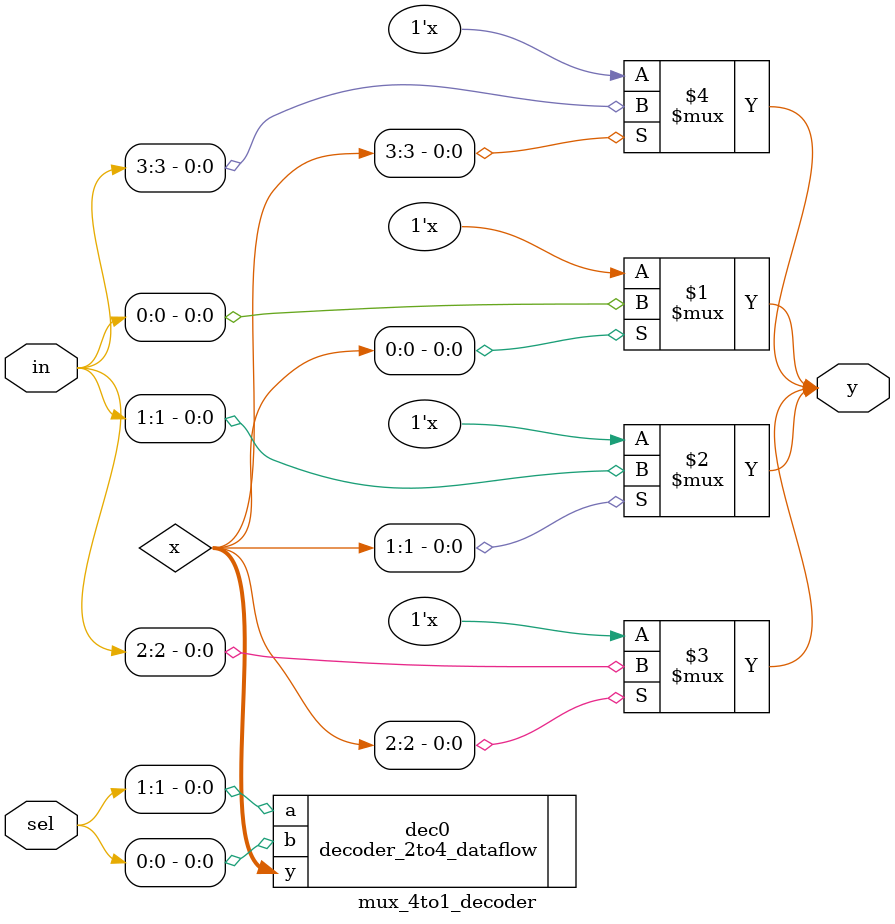
<source format=v>
/****************************************************************************
Description: 4:1 MUX using 2to4 decoder and tristate buffers
*****************************************************************************/

module mux_4to1_decoder(
	input	[3:0]	in,
	input	[1:0]	sel,
	output			y
);
	wire	[3:0]	x;

	decoder_2to4_dataflow dec0(
		.a	(sel[1]	),
		.b	(sel[0]	),
		.y	(x		)
	);
	
	bufif1  buf0(y, in[0], x[0]),
			buf1(y, in[1], x[1]),
			buf2(y, in[2], x[2]),
			buf3(y, in[3], x[3]);

endmodule
</source>
